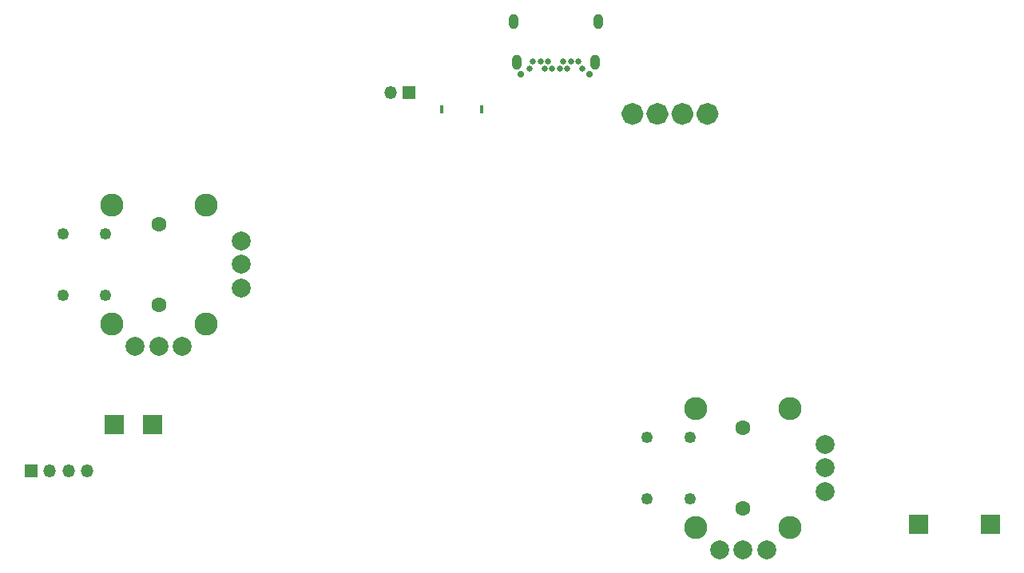
<source format=gbr>
G04 #@! TF.GenerationSoftware,KiCad,Pcbnew,8.0.2*
G04 #@! TF.CreationDate,2024-10-26T14:53:53-07:00*
G04 #@! TF.ProjectId,progcc_3.2_main,70726f67-6363-45f3-932e-325f6d61696e,1*
G04 #@! TF.SameCoordinates,Original*
G04 #@! TF.FileFunction,Soldermask,Bot*
G04 #@! TF.FilePolarity,Negative*
%FSLAX46Y46*%
G04 Gerber Fmt 4.6, Leading zero omitted, Abs format (unit mm)*
G04 Created by KiCad (PCBNEW 8.0.2) date 2024-10-26 14:53:53*
%MOMM*%
%LPD*%
G01*
G04 APERTURE LIST*
%ADD10C,1.175000*%
%ADD11O,0.400000X0.900000*%
%ADD12R,2.000000X2.000000*%
%ADD13R,1.350000X1.350000*%
%ADD14O,1.350000X1.350000*%
%ADD15C,2.450000*%
%ADD16C,1.600000*%
%ADD17C,1.250000*%
%ADD18C,2.000000*%
%ADD19C,0.700000*%
%ADD20C,0.650000*%
%ADD21O,1.000000X1.600000*%
G04 APERTURE END LIST*
D10*
X155120900Y-102463600D02*
G75*
G02*
X153945900Y-102463600I-587500J0D01*
G01*
X153945900Y-102463600D02*
G75*
G02*
X155120900Y-102463600I587500J0D01*
G01*
X149820900Y-102463600D02*
G75*
G02*
X148645900Y-102463600I-587500J0D01*
G01*
X148645900Y-102463600D02*
G75*
G02*
X149820900Y-102463600I587500J0D01*
G01*
X147170900Y-102463600D02*
G75*
G02*
X145995900Y-102463600I-587500J0D01*
G01*
X145995900Y-102463600D02*
G75*
G02*
X147170900Y-102463600I587500J0D01*
G01*
X152470900Y-102463600D02*
G75*
G02*
X151295900Y-102463600I-587500J0D01*
G01*
X151295900Y-102463600D02*
G75*
G02*
X152470900Y-102463600I587500J0D01*
G01*
D11*
X126333519Y-101965000D03*
X130633519Y-101965000D03*
D12*
X176936400Y-146021300D03*
X91623896Y-135440000D03*
D13*
X82810000Y-140310000D03*
D14*
X84810000Y-140310000D03*
X86810000Y-140310000D03*
X88810000Y-140310000D03*
D15*
X153320200Y-133697000D03*
X153320200Y-146347000D03*
D16*
X158320200Y-135722000D03*
X158320200Y-144322000D03*
D15*
X163320200Y-133697000D03*
X163320200Y-146347000D03*
D17*
X152670200Y-136772000D03*
X152670200Y-143272000D03*
X148170200Y-136772000D03*
X148170200Y-143272000D03*
D18*
X155820200Y-148722000D03*
X158320200Y-148722000D03*
X160820200Y-148722000D03*
X167020200Y-142522000D03*
X167020200Y-140022000D03*
X167020200Y-137522000D03*
D13*
X122920000Y-100228400D03*
D14*
X120920000Y-100228400D03*
D19*
X142060000Y-98275000D03*
X134710000Y-98275000D03*
D20*
X135660000Y-97625000D03*
X136060000Y-96925000D03*
X136860000Y-96925000D03*
X137260000Y-97625000D03*
X137660000Y-96925000D03*
X138060000Y-97625000D03*
X138860000Y-97625000D03*
X139260000Y-96925000D03*
X139660000Y-97625000D03*
X140060000Y-96925000D03*
X140860000Y-96925000D03*
X141260000Y-97625000D03*
D21*
X142950000Y-92635000D03*
X142590000Y-97025000D03*
X134330000Y-97025000D03*
X133970000Y-92635000D03*
D15*
X91377000Y-112107600D03*
X91377000Y-124757600D03*
D16*
X96377000Y-114132600D03*
X96377000Y-122732600D03*
D15*
X101377000Y-112107600D03*
X101377000Y-124757600D03*
D17*
X90727000Y-115182600D03*
X90727000Y-121682600D03*
X86227000Y-115182600D03*
X86227000Y-121682600D03*
D18*
X93877000Y-127132600D03*
X96377000Y-127132600D03*
X98877000Y-127132600D03*
X105077000Y-120932600D03*
X105077000Y-118432600D03*
X105077000Y-115932600D03*
D12*
X95740000Y-135410000D03*
X184556400Y-145995900D03*
M02*

</source>
